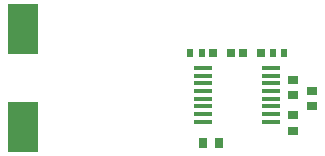
<source format=gbr>
G04 EAGLE Gerber RS-274X export*
G75*
%MOMM*%
%FSLAX34Y34*%
%LPD*%
%INSolderpaste Top*%
%IPPOS*%
%AMOC8*
5,1,8,0,0,1.08239X$1,22.5*%
G01*
G04 Define Apertures*
%ADD10R,0.900000X0.700000*%
%ADD11R,0.700000X0.900000*%
%ADD12R,2.500000X4.300000*%
%ADD13R,0.800000X0.800000*%
%ADD14R,0.600000X0.700000*%
%ADD15R,1.500000X0.400000*%
D10*
X287338Y145900D03*
X287338Y158900D03*
X287338Y176063D03*
X287338Y189063D03*
X303213Y166538D03*
X303213Y179538D03*
D11*
X210988Y135731D03*
X223988Y135731D03*
D12*
X57944Y232000D03*
X57944Y149000D03*
D13*
X244913Y211138D03*
X259913Y211138D03*
X234513Y211138D03*
X219513Y211138D03*
D14*
X269638Y211138D03*
X279638Y211138D03*
X209788Y211138D03*
X199788Y211138D03*
D15*
X268713Y198963D03*
X268713Y192463D03*
X268713Y185963D03*
X268713Y179463D03*
X268713Y172963D03*
X268713Y166463D03*
X268713Y159963D03*
X268713Y153463D03*
X210713Y198963D03*
X210713Y192463D03*
X210713Y185963D03*
X210713Y179463D03*
X210713Y172963D03*
X210713Y166463D03*
X210713Y159963D03*
X210713Y153463D03*
M02*

</source>
